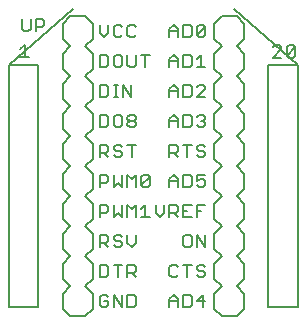
<source format=gto>
G75*
%MOIN*%
%OFA0B0*%
%FSLAX25Y25*%
%IPPOS*%
%LPD*%
%AMOC8*
5,1,8,0,0,1.08239X$1,22.5*
%
%ADD10C,0.00800*%
D10*
X0039786Y0028959D02*
X0049628Y0028959D01*
X0049628Y0109668D01*
X0039786Y0109668D01*
X0039786Y0028959D01*
X0057833Y0028506D02*
X0057833Y0033506D01*
X0060333Y0036006D01*
X0057833Y0038506D01*
X0057833Y0043506D01*
X0060333Y0046006D01*
X0057833Y0048506D01*
X0057833Y0053506D01*
X0060333Y0056006D01*
X0057833Y0058506D01*
X0057833Y0063506D01*
X0060333Y0066006D01*
X0057833Y0068506D01*
X0057833Y0073506D01*
X0060333Y0076006D01*
X0057833Y0078506D01*
X0057833Y0083506D01*
X0060333Y0086006D01*
X0057833Y0088506D01*
X0057833Y0093506D01*
X0060333Y0096006D01*
X0057833Y0098506D01*
X0057833Y0103506D01*
X0060333Y0106006D01*
X0057833Y0108506D01*
X0057833Y0113506D01*
X0060333Y0116006D01*
X0057833Y0118506D01*
X0057833Y0123506D01*
X0060333Y0126006D01*
X0065333Y0126006D01*
X0067833Y0123506D01*
X0067833Y0118506D01*
X0065333Y0116006D01*
X0067833Y0113506D01*
X0067833Y0108506D01*
X0065333Y0106006D01*
X0067833Y0103506D01*
X0067833Y0098506D01*
X0065333Y0096006D01*
X0067833Y0093506D01*
X0067833Y0088506D01*
X0065333Y0086006D01*
X0067833Y0083506D01*
X0067833Y0078506D01*
X0065333Y0076006D01*
X0067833Y0073506D01*
X0067833Y0068506D01*
X0065333Y0066006D01*
X0067833Y0063506D01*
X0067833Y0058506D01*
X0065333Y0056006D01*
X0067833Y0053506D01*
X0067833Y0048506D01*
X0065333Y0046006D01*
X0067833Y0043506D01*
X0067833Y0038506D01*
X0065333Y0036006D01*
X0067833Y0033506D01*
X0067833Y0028506D01*
X0065333Y0026006D01*
X0060333Y0026006D01*
X0057833Y0028506D01*
X0070233Y0029607D02*
X0070934Y0028906D01*
X0072335Y0028906D01*
X0073035Y0029607D01*
X0073035Y0031008D01*
X0071634Y0031008D01*
X0070233Y0032409D02*
X0070233Y0029607D01*
X0070233Y0032409D02*
X0070934Y0033110D01*
X0072335Y0033110D01*
X0073035Y0032409D01*
X0074837Y0033110D02*
X0077639Y0028906D01*
X0077639Y0033110D01*
X0079441Y0033110D02*
X0081543Y0033110D01*
X0082243Y0032409D01*
X0082243Y0029607D01*
X0081543Y0028906D01*
X0079441Y0028906D01*
X0079441Y0033110D01*
X0074837Y0033110D02*
X0074837Y0028906D01*
X0076238Y0038906D02*
X0076238Y0043110D01*
X0074837Y0043110D02*
X0077639Y0043110D01*
X0079441Y0043110D02*
X0081543Y0043110D01*
X0082243Y0042409D01*
X0082243Y0041008D01*
X0081543Y0040307D01*
X0079441Y0040307D01*
X0079441Y0038906D02*
X0079441Y0043110D01*
X0080842Y0040307D02*
X0082243Y0038906D01*
X0073035Y0039607D02*
X0072335Y0038906D01*
X0070233Y0038906D01*
X0070233Y0043110D01*
X0072335Y0043110D01*
X0073035Y0042409D01*
X0073035Y0039607D01*
X0073035Y0048906D02*
X0071634Y0050307D01*
X0072335Y0050307D02*
X0073035Y0051008D01*
X0073035Y0052409D01*
X0072335Y0053110D01*
X0070233Y0053110D01*
X0070233Y0048906D01*
X0070233Y0050307D02*
X0072335Y0050307D01*
X0074837Y0049607D02*
X0075538Y0048906D01*
X0076939Y0048906D01*
X0077639Y0049607D01*
X0077639Y0050307D01*
X0076939Y0051008D01*
X0075538Y0051008D01*
X0074837Y0051709D01*
X0074837Y0052409D01*
X0075538Y0053110D01*
X0076939Y0053110D01*
X0077639Y0052409D01*
X0079441Y0053110D02*
X0079441Y0050307D01*
X0080842Y0048906D01*
X0082243Y0050307D01*
X0082243Y0053110D01*
X0082243Y0058906D02*
X0082243Y0063110D01*
X0080842Y0061709D01*
X0079441Y0063110D01*
X0079441Y0058906D01*
X0077639Y0058906D02*
X0077639Y0063110D01*
X0074837Y0063110D02*
X0074837Y0058906D01*
X0076238Y0060307D01*
X0077639Y0058906D01*
X0073035Y0061008D02*
X0072335Y0060307D01*
X0070233Y0060307D01*
X0070233Y0058906D02*
X0070233Y0063110D01*
X0072335Y0063110D01*
X0073035Y0062409D01*
X0073035Y0061008D01*
X0074837Y0068906D02*
X0076238Y0070307D01*
X0077639Y0068906D01*
X0077639Y0073110D01*
X0079441Y0073110D02*
X0080842Y0071709D01*
X0082243Y0073110D01*
X0082243Y0068906D01*
X0084045Y0069607D02*
X0084745Y0068906D01*
X0086147Y0068906D01*
X0086847Y0069607D01*
X0086847Y0072409D01*
X0084045Y0069607D01*
X0084045Y0072409D01*
X0084745Y0073110D01*
X0086147Y0073110D01*
X0086847Y0072409D01*
X0093421Y0071709D02*
X0093421Y0068906D01*
X0093421Y0071008D02*
X0096224Y0071008D01*
X0096224Y0071709D02*
X0096224Y0068906D01*
X0098025Y0068906D02*
X0100127Y0068906D01*
X0100828Y0069607D01*
X0100828Y0072409D01*
X0100127Y0073110D01*
X0098025Y0073110D01*
X0098025Y0068906D01*
X0096224Y0071709D02*
X0094822Y0073110D01*
X0093421Y0071709D01*
X0093421Y0078906D02*
X0093421Y0083110D01*
X0095523Y0083110D01*
X0096224Y0082409D01*
X0096224Y0081008D01*
X0095523Y0080307D01*
X0093421Y0080307D01*
X0094822Y0080307D02*
X0096224Y0078906D01*
X0099426Y0078906D02*
X0099426Y0083110D01*
X0098025Y0083110D02*
X0100828Y0083110D01*
X0102629Y0082409D02*
X0102629Y0081709D01*
X0103330Y0081008D01*
X0104731Y0081008D01*
X0105432Y0080307D01*
X0105432Y0079607D01*
X0104731Y0078906D01*
X0103330Y0078906D01*
X0102629Y0079607D01*
X0102629Y0082409D02*
X0103330Y0083110D01*
X0104731Y0083110D01*
X0105432Y0082409D01*
X0108333Y0083506D02*
X0110833Y0086006D01*
X0108333Y0088506D01*
X0108333Y0093506D01*
X0110833Y0096006D01*
X0108333Y0098506D01*
X0108333Y0103506D01*
X0110833Y0106006D01*
X0108333Y0108506D01*
X0108333Y0113506D01*
X0110833Y0116006D01*
X0108333Y0118506D01*
X0108333Y0123506D01*
X0110833Y0126006D01*
X0115833Y0126006D01*
X0118333Y0123506D01*
X0118333Y0118506D01*
X0115833Y0116006D01*
X0118333Y0113506D01*
X0118333Y0108506D01*
X0115833Y0106006D01*
X0118333Y0103506D01*
X0118333Y0098506D01*
X0115833Y0096006D01*
X0118333Y0093506D01*
X0118333Y0088506D01*
X0115833Y0086006D01*
X0118333Y0083506D01*
X0118333Y0078506D01*
X0115833Y0076006D01*
X0118333Y0073506D01*
X0118333Y0068506D01*
X0115833Y0066006D01*
X0118333Y0063506D01*
X0118333Y0058506D01*
X0115833Y0056006D01*
X0118333Y0053506D01*
X0118333Y0048506D01*
X0115833Y0046006D01*
X0118333Y0043506D01*
X0118333Y0038506D01*
X0115833Y0036006D01*
X0118333Y0033506D01*
X0118333Y0028506D01*
X0115833Y0026006D01*
X0110833Y0026006D01*
X0108333Y0028506D01*
X0108333Y0033506D01*
X0110833Y0036006D01*
X0108333Y0038506D01*
X0108333Y0043506D01*
X0110833Y0046006D01*
X0108333Y0048506D01*
X0108333Y0053506D01*
X0110833Y0056006D01*
X0108333Y0058506D01*
X0108333Y0063506D01*
X0110833Y0066006D01*
X0108333Y0068506D01*
X0108333Y0073506D01*
X0110833Y0076006D01*
X0108333Y0078506D01*
X0108333Y0083506D01*
X0104731Y0088906D02*
X0103330Y0088906D01*
X0102629Y0089607D01*
X0104030Y0091008D02*
X0104731Y0091008D01*
X0105432Y0090307D01*
X0105432Y0089607D01*
X0104731Y0088906D01*
X0104731Y0091008D02*
X0105432Y0091709D01*
X0105432Y0092409D01*
X0104731Y0093110D01*
X0103330Y0093110D01*
X0102629Y0092409D01*
X0100828Y0092409D02*
X0100828Y0089607D01*
X0100127Y0088906D01*
X0098025Y0088906D01*
X0098025Y0093110D01*
X0100127Y0093110D01*
X0100828Y0092409D01*
X0096224Y0091709D02*
X0096224Y0088906D01*
X0096224Y0091008D02*
X0093421Y0091008D01*
X0093421Y0091709D02*
X0093421Y0088906D01*
X0093421Y0091709D02*
X0094822Y0093110D01*
X0096224Y0091709D01*
X0096224Y0098906D02*
X0096224Y0101709D01*
X0094822Y0103110D01*
X0093421Y0101709D01*
X0093421Y0098906D01*
X0093421Y0101008D02*
X0096224Y0101008D01*
X0098025Y0103110D02*
X0098025Y0098906D01*
X0100127Y0098906D01*
X0100828Y0099607D01*
X0100828Y0102409D01*
X0100127Y0103110D01*
X0098025Y0103110D01*
X0102629Y0102409D02*
X0103330Y0103110D01*
X0104731Y0103110D01*
X0105432Y0102409D01*
X0105432Y0101709D01*
X0102629Y0098906D01*
X0105432Y0098906D01*
X0105432Y0108906D02*
X0102629Y0108906D01*
X0104030Y0108906D02*
X0104030Y0113110D01*
X0102629Y0111709D01*
X0100828Y0112409D02*
X0100828Y0109607D01*
X0100127Y0108906D01*
X0098025Y0108906D01*
X0098025Y0113110D01*
X0100127Y0113110D01*
X0100828Y0112409D01*
X0096224Y0111709D02*
X0096224Y0108906D01*
X0096224Y0111008D02*
X0093421Y0111008D01*
X0093421Y0111709D02*
X0093421Y0108906D01*
X0093421Y0111709D02*
X0094822Y0113110D01*
X0096224Y0111709D01*
X0096224Y0118906D02*
X0096224Y0121709D01*
X0094822Y0123110D01*
X0093421Y0121709D01*
X0093421Y0118906D01*
X0093421Y0121008D02*
X0096224Y0121008D01*
X0098025Y0118906D02*
X0100127Y0118906D01*
X0100828Y0119607D01*
X0100828Y0122409D01*
X0100127Y0123110D01*
X0098025Y0123110D01*
X0098025Y0118906D01*
X0102629Y0119607D02*
X0105432Y0122409D01*
X0105432Y0119607D01*
X0104731Y0118906D01*
X0103330Y0118906D01*
X0102629Y0119607D01*
X0102629Y0122409D01*
X0103330Y0123110D01*
X0104731Y0123110D01*
X0105432Y0122409D01*
X0114786Y0128369D02*
X0136233Y0109706D01*
X0136243Y0109668D02*
X0136243Y0028959D01*
X0126400Y0028959D01*
X0126400Y0109668D01*
X0136243Y0109668D01*
X0134687Y0112115D02*
X0133286Y0112115D01*
X0132585Y0112816D01*
X0135387Y0115618D01*
X0135387Y0112816D01*
X0134687Y0112115D01*
X0132585Y0112816D02*
X0132585Y0115618D01*
X0133286Y0116319D01*
X0134687Y0116319D01*
X0135387Y0115618D01*
X0130783Y0115618D02*
X0130083Y0116319D01*
X0128682Y0116319D01*
X0127981Y0115618D01*
X0130783Y0115618D02*
X0130783Y0114917D01*
X0127981Y0112115D01*
X0130783Y0112115D01*
X0105432Y0073110D02*
X0102629Y0073110D01*
X0102629Y0071008D01*
X0104030Y0071709D01*
X0104731Y0071709D01*
X0105432Y0071008D01*
X0105432Y0069607D01*
X0104731Y0068906D01*
X0103330Y0068906D01*
X0102629Y0069607D01*
X0102629Y0063110D02*
X0105431Y0063110D01*
X0102629Y0063110D02*
X0102629Y0058906D01*
X0102629Y0061008D02*
X0104030Y0061008D01*
X0100828Y0058906D02*
X0098025Y0058906D01*
X0098025Y0063110D01*
X0100828Y0063110D01*
X0099426Y0061008D02*
X0098025Y0061008D01*
X0096224Y0061008D02*
X0096224Y0062409D01*
X0095523Y0063110D01*
X0093421Y0063110D01*
X0093421Y0058906D01*
X0093421Y0060307D02*
X0095523Y0060307D01*
X0096224Y0061008D01*
X0094822Y0060307D02*
X0096224Y0058906D01*
X0091620Y0060307D02*
X0091620Y0063110D01*
X0091620Y0060307D02*
X0090219Y0058906D01*
X0088817Y0060307D01*
X0088817Y0063110D01*
X0085446Y0063110D02*
X0085446Y0058906D01*
X0084045Y0058906D02*
X0086847Y0058906D01*
X0084045Y0061709D02*
X0085446Y0063110D01*
X0079441Y0068906D02*
X0079441Y0073110D01*
X0074837Y0073110D02*
X0074837Y0068906D01*
X0073035Y0071008D02*
X0072335Y0070307D01*
X0070233Y0070307D01*
X0070233Y0068906D02*
X0070233Y0073110D01*
X0072335Y0073110D01*
X0073035Y0072409D01*
X0073035Y0071008D01*
X0073035Y0078906D02*
X0071634Y0080307D01*
X0072335Y0080307D02*
X0070233Y0080307D01*
X0070233Y0078906D02*
X0070233Y0083110D01*
X0072335Y0083110D01*
X0073035Y0082409D01*
X0073035Y0081008D01*
X0072335Y0080307D01*
X0074837Y0079607D02*
X0075538Y0078906D01*
X0076939Y0078906D01*
X0077639Y0079607D01*
X0077639Y0080307D01*
X0076939Y0081008D01*
X0075538Y0081008D01*
X0074837Y0081709D01*
X0074837Y0082409D01*
X0075538Y0083110D01*
X0076939Y0083110D01*
X0077639Y0082409D01*
X0079441Y0083110D02*
X0082243Y0083110D01*
X0080842Y0083110D02*
X0080842Y0078906D01*
X0080142Y0088906D02*
X0079441Y0089607D01*
X0079441Y0090307D01*
X0080142Y0091008D01*
X0081543Y0091008D01*
X0082243Y0090307D01*
X0082243Y0089607D01*
X0081543Y0088906D01*
X0080142Y0088906D01*
X0080142Y0091008D02*
X0079441Y0091709D01*
X0079441Y0092409D01*
X0080142Y0093110D01*
X0081543Y0093110D01*
X0082243Y0092409D01*
X0082243Y0091709D01*
X0081543Y0091008D01*
X0077639Y0089607D02*
X0077639Y0092409D01*
X0076939Y0093110D01*
X0075538Y0093110D01*
X0074837Y0092409D01*
X0074837Y0089607D01*
X0075538Y0088906D01*
X0076939Y0088906D01*
X0077639Y0089607D01*
X0073035Y0089607D02*
X0073035Y0092409D01*
X0072335Y0093110D01*
X0070233Y0093110D01*
X0070233Y0088906D01*
X0072335Y0088906D01*
X0073035Y0089607D01*
X0072335Y0098906D02*
X0070233Y0098906D01*
X0070233Y0103110D01*
X0072335Y0103110D01*
X0073035Y0102409D01*
X0073035Y0099607D01*
X0072335Y0098906D01*
X0074837Y0098906D02*
X0076238Y0098906D01*
X0075538Y0098906D02*
X0075538Y0103110D01*
X0076238Y0103110D02*
X0074837Y0103110D01*
X0077906Y0103110D02*
X0080709Y0098906D01*
X0080709Y0103110D01*
X0077906Y0103110D02*
X0077906Y0098906D01*
X0076939Y0108906D02*
X0075538Y0108906D01*
X0074837Y0109607D01*
X0074837Y0112409D01*
X0075538Y0113110D01*
X0076939Y0113110D01*
X0077639Y0112409D01*
X0077639Y0109607D01*
X0076939Y0108906D01*
X0079441Y0109607D02*
X0080142Y0108906D01*
X0081543Y0108906D01*
X0082243Y0109607D01*
X0082243Y0113110D01*
X0084045Y0113110D02*
X0086847Y0113110D01*
X0085446Y0113110D02*
X0085446Y0108906D01*
X0079441Y0109607D02*
X0079441Y0113110D01*
X0080142Y0118906D02*
X0079441Y0119607D01*
X0079441Y0122409D01*
X0080142Y0123110D01*
X0081543Y0123110D01*
X0082243Y0122409D01*
X0082243Y0119607D02*
X0081543Y0118906D01*
X0080142Y0118906D01*
X0077639Y0119607D02*
X0076939Y0118906D01*
X0075538Y0118906D01*
X0074837Y0119607D01*
X0074837Y0122409D01*
X0075538Y0123110D01*
X0076939Y0123110D01*
X0077639Y0122409D01*
X0073035Y0123110D02*
X0073035Y0120307D01*
X0071634Y0118906D01*
X0070233Y0120307D01*
X0070233Y0123110D01*
X0061243Y0128369D02*
X0039833Y0109706D01*
X0043729Y0112312D02*
X0046532Y0112312D01*
X0045130Y0112312D02*
X0045130Y0116515D01*
X0043729Y0115114D01*
X0045020Y0120894D02*
X0046421Y0120894D01*
X0047122Y0121595D01*
X0047122Y0125098D01*
X0048924Y0125098D02*
X0051025Y0125098D01*
X0051726Y0124397D01*
X0051726Y0122996D01*
X0051025Y0122296D01*
X0048924Y0122296D01*
X0048924Y0120894D02*
X0048924Y0125098D01*
X0044320Y0125098D02*
X0044320Y0121595D01*
X0045020Y0120894D01*
X0070233Y0113110D02*
X0070233Y0108906D01*
X0072335Y0108906D01*
X0073035Y0109607D01*
X0073035Y0112409D01*
X0072335Y0113110D01*
X0070233Y0113110D01*
X0098726Y0053110D02*
X0098025Y0052409D01*
X0098025Y0049607D01*
X0098726Y0048906D01*
X0100127Y0048906D01*
X0100828Y0049607D01*
X0100828Y0052409D01*
X0100127Y0053110D01*
X0098726Y0053110D01*
X0102629Y0053110D02*
X0105432Y0048906D01*
X0105432Y0053110D01*
X0102629Y0053110D02*
X0102629Y0048906D01*
X0103330Y0043110D02*
X0102629Y0042409D01*
X0102629Y0041709D01*
X0103330Y0041008D01*
X0104731Y0041008D01*
X0105432Y0040307D01*
X0105432Y0039607D01*
X0104731Y0038906D01*
X0103330Y0038906D01*
X0102629Y0039607D01*
X0103330Y0043110D02*
X0104731Y0043110D01*
X0105432Y0042409D01*
X0100828Y0043110D02*
X0098025Y0043110D01*
X0099426Y0043110D02*
X0099426Y0038906D01*
X0096224Y0039607D02*
X0095523Y0038906D01*
X0094122Y0038906D01*
X0093421Y0039607D01*
X0093421Y0042409D01*
X0094122Y0043110D01*
X0095523Y0043110D01*
X0096224Y0042409D01*
X0094822Y0033110D02*
X0096224Y0031709D01*
X0096224Y0028906D01*
X0098025Y0028906D02*
X0100127Y0028906D01*
X0100828Y0029607D01*
X0100828Y0032409D01*
X0100127Y0033110D01*
X0098025Y0033110D01*
X0098025Y0028906D01*
X0096224Y0031008D02*
X0093421Y0031008D01*
X0093421Y0031709D02*
X0093421Y0028906D01*
X0093421Y0031709D02*
X0094822Y0033110D01*
X0102629Y0031008D02*
X0105432Y0031008D01*
X0104731Y0028906D02*
X0104731Y0033110D01*
X0102629Y0031008D01*
M02*

</source>
